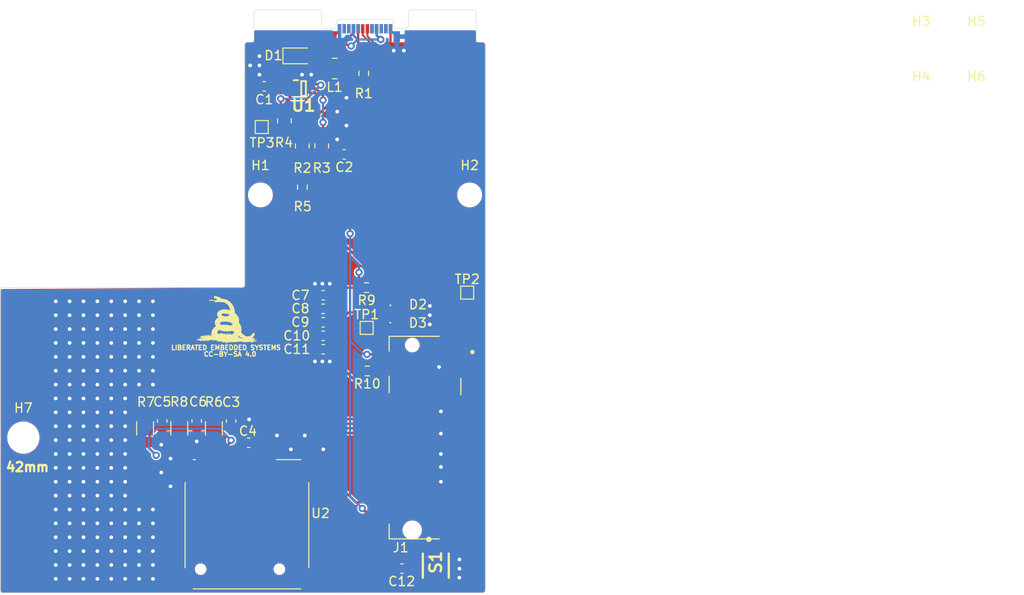
<source format=kicad_pcb>
(kicad_pcb (version 20221018) (generator pcbnew)

  (general
    (thickness 1.6)
  )

  (paper "A4")
  (title_block
    (title "Expansion Card Template")
    (rev "X1")
    (company "Framework")
    (comment 1 "This work is licensed under a Creative Commons Attribution 4.0 International License")
    (comment 4 "https://frame.work")
  )

  (layers
    (0 "F.Cu" signal)
    (31 "B.Cu" signal)
    (32 "B.Adhes" user "B.Adhesive")
    (33 "F.Adhes" user "F.Adhesive")
    (34 "B.Paste" user)
    (35 "F.Paste" user)
    (36 "B.SilkS" user "B.Silkscreen")
    (37 "F.SilkS" user "F.Silkscreen")
    (38 "B.Mask" user)
    (39 "F.Mask" user)
    (40 "Dwgs.User" user "User.Drawings")
    (41 "Cmts.User" user "User.Comments")
    (42 "Eco1.User" user "User.Eco1")
    (43 "Eco2.User" user "User.Eco2")
    (44 "Edge.Cuts" user)
    (45 "Margin" user)
    (46 "B.CrtYd" user "B.Courtyard")
    (47 "F.CrtYd" user "F.Courtyard")
    (48 "B.Fab" user)
    (49 "F.Fab" user)
  )

  (setup
    (stackup
      (layer "F.SilkS" (type "Top Silk Screen"))
      (layer "F.Paste" (type "Top Solder Paste"))
      (layer "F.Mask" (type "Top Solder Mask") (thickness 0.01))
      (layer "F.Cu" (type "copper") (thickness 0.035))
      (layer "dielectric 1" (type "core") (thickness 1.51) (material "FR4") (epsilon_r 4.5) (loss_tangent 0.02))
      (layer "B.Cu" (type "copper") (thickness 0.035))
      (layer "B.Mask" (type "Bottom Solder Mask") (thickness 0.01))
      (layer "B.Paste" (type "Bottom Solder Paste"))
      (layer "B.SilkS" (type "Bottom Silk Screen"))
      (copper_finish "None")
      (dielectric_constraints no)
    )
    (pad_to_mask_clearance 0)
    (aux_axis_origin 100.5 190)
    (grid_origin 100.5 190)
    (pcbplotparams
      (layerselection 0x0001000_7ffffffe)
      (plot_on_all_layers_selection 0x0000000_00000000)
      (disableapertmacros false)
      (usegerberextensions false)
      (usegerberattributes true)
      (usegerberadvancedattributes true)
      (creategerberjobfile true)
      (dashed_line_dash_ratio 12.000000)
      (dashed_line_gap_ratio 3.000000)
      (svgprecision 4)
      (plotframeref false)
      (viasonmask false)
      (mode 1)
      (useauxorigin false)
      (hpglpennumber 1)
      (hpglpenspeed 20)
      (hpglpendiameter 15.000000)
      (dxfpolygonmode true)
      (dxfimperialunits true)
      (dxfusepcbnewfont true)
      (psnegative false)
      (psa4output false)
      (plotreference true)
      (plotvalue true)
      (plotinvisibletext false)
      (sketchpadsonfab false)
      (subtractmaskfromsilk false)
      (outputformat 3)
      (mirror false)
      (drillshape 0)
      (scaleselection 1)
      (outputdirectory "")
    )
  )

  (net 0 "")
  (net 1 "GND")
  (net 2 "+3.3V")
  (net 3 "VBUS")
  (net 4 "/UIM-RESET")
  (net 5 "/UIM-CLK")
  (net 6 "/UIM-DATA")
  (net 7 "/UIM-PWR")
  (net 8 "/RESET")
  (net 9 "Net-(D1-A)")
  (net 10 "Net-(D2-A)")
  (net 11 "/WWAN_ACTIVITY")
  (net 12 "Net-(D3-A)")
  (net 13 "unconnected-(J1-CONFIG_3-Pad1)")
  (net 14 "Net-(J1-~{FULL_CARD_POWER_OFF})")
  (net 15 "/USB_D+")
  (net 16 "unconnected-(J1-~{W_DISABLE1}-Pad8)")
  (net 17 "/USB_D-")
  (net 18 "unconnected-(J1-GPIO_5-Pad20)")
  (net 19 "unconnected-(J1-CONFIG_0-Pad21)")
  (net 20 "unconnected-(J1-GPIO_6-Pad22)")
  (net 21 "Net-(J1-GPIO_11)")
  (net 22 "unconnected-(J1-GPIO_7-Pad24)")
  (net 23 "unconnected-(J1-DPR-Pad25)")
  (net 24 "unconnected-(J1-GPIO_10-Pad26)")
  (net 25 "unconnected-(J1-GPIO_8-Pad28)")
  (net 26 "unconnected-(J1-PERn1{slash}USB3.0-Rx-{slash}SSIC-RxN-Pad29)")
  (net 27 "unconnected-(J1-PERp1{slash}USB3.0-Rx+{slash}SSIC-RxP-Pad31)")
  (net 28 "unconnected-(J1-PETn1{slash}USB3.0-Tx-{slash}SSIC-TxN-Pad35)")
  (net 29 "unconnected-(J1-PETp1{slash}USB3.0-Tx+{slash}SSIC-TxP-Pad37)")
  (net 30 "unconnected-(J1-DEVSLP-Pad38)")
  (net 31 "unconnected-(J1-GPIO_0-Pad40)")
  (net 32 "unconnected-(J1-PERn0{slash}SATA-B+-Pad41)")
  (net 33 "unconnected-(J1-GPIO_1-Pad42)")
  (net 34 "unconnected-(J1-PERp0{slash}SATA-B--Pad43)")
  (net 35 "unconnected-(J1-GPIO_2-Pad44)")
  (net 36 "unconnected-(J1-GPIO_3-Pad46)")
  (net 37 "unconnected-(J1-PETn0{slash}SATA-A--Pad47)")
  (net 38 "unconnected-(J1-GPIO_4-Pad48)")
  (net 39 "unconnected-(J1-PETp0{slash}SATA-A+-Pad49)")
  (net 40 "unconnected-(J1-~{PERST}-Pad50)")
  (net 41 "unconnected-(J1-~{CLKREQ}-Pad52)")
  (net 42 "unconnected-(J1-REFCLKn-Pad53)")
  (net 43 "unconnected-(J1-~{PEWAKE}-Pad54)")
  (net 44 "unconnected-(J1-REFCLKp-Pad55)")
  (net 45 "unconnected-(J1-NC-Pad56)")
  (net 46 "unconnected-(J1-NC-Pad58)")
  (net 47 "unconnected-(J1-ANTCTL0-Pad59)")
  (net 48 "unconnected-(J1-COEX3-Pad60)")
  (net 49 "unconnected-(J1-ANTCTL1-Pad61)")
  (net 50 "unconnected-(J1-COEX2-Pad62)")
  (net 51 "unconnected-(J1-ANTCTL2-Pad63)")
  (net 52 "unconnected-(J1-COEX1-Pad64)")
  (net 53 "unconnected-(J1-ANTCTL3-Pad65)")
  (net 54 "/SIM_DETECT")
  (net 55 "unconnected-(J1-SUSCLK-Pad68)")
  (net 56 "unconnected-(J1-CONFIG_1-Pad69)")
  (net 57 "unconnected-(J1-CONFIG_2-Pad75)")
  (net 58 "Net-(U1-SW)")
  (net 59 "Net-(P1-CC)")
  (net 60 "unconnected-(P1-VCONN-PadB5)")
  (net 61 "Net-(U1-FB)")
  (net 62 "Net-(U1-PG)")
  (net 63 "Net-(U2-I{slash}O)")
  (net 64 "Net-(U2-RST)")
  (net 65 "Net-(U2-CLK)")
  (net 66 "unconnected-(S1-Pad2)")
  (net 67 "unconnected-(S1-Pad4)")
  (net 68 "unconnected-(U2-VPP-PadC6)")

  (footprint "Capacitor_SMD:C_0603_1608Metric" (layer "F.Cu") (at 143.895 187.39))

  (footprint "Diode_SMD:D_SOD-323" (layer "F.Cu") (at 132.65 131.97))

  (footprint "Connector_USB:USB_C_Plug_Molex_105444" (layer "F.Cu") (at 139.918 129))

  (footprint "TPS:SOTFL50P160X60-6N" (layer "F.Cu") (at 133.268 135.5))

  (footprint "MountingHole:MountingHole_2.2mm_M2" (layer "F.Cu") (at 128.608 147))

  (footprint "Resistor_SMD:R_0805_2012Metric" (layer "F.Cu") (at 135.23 141.7025 -90))

  (footprint "MountingHole:MountingHole_2.2mm_M2" (layer "F.Cu") (at 151.208 147))

  (footprint "Resistor_SMD:R_1206_3216Metric" (layer "F.Cu") (at 119.85 172.23 90))

  (footprint "Capacitor_SMD:C_0603_1608Metric" (layer "F.Cu") (at 121.73 171.425 90))

  (footprint "TestPoint:TestPoint_Pad_1.0x1.0mm" (layer "F.Cu") (at 140.08 161.37))

  (footprint "MountingHole:MountingHole_2.2mm_M2" (layer "F.Cu") (at 205.935 137.39))

  (footprint "NGFF:TE_2199119-3" (layer "F.Cu") (at 145.005 173.23 -90))

  (footprint "Capacitor_SMD:C_0603_1608Metric" (layer "F.Cu") (at 127.34 173.79 180))

  (footprint "Diode_SMD:D_0402_1005Metric" (layer "F.Cu") (at 143.73 160.81))

  (footprint "TestPoint:TestPoint_Pad_1.0x1.0mm" (layer "F.Cu") (at 150.94 157.56))

  (footprint "Capacitor_SMD:C_0603_1608Metric" (layer "F.Cu") (at 125.44 171.44 90))

  (footprint "NSCCP-D-06-G-SMT-SW-T:NSCCP-D-06-G-SMT-SW-T&slash_R" (layer "F.Cu") (at 127.1548 182.5986))

  (footprint "Resistor_SMD:R_1206_3216Metric" (layer "F.Cu") (at 123.58 172.2325 90))

  (footprint "Capacitor_SMD:C_0603_1608Metric" (layer "F.Cu") (at 135.39 162.23 180))

  (footprint "Capacitor_SMD:C_0603_1608Metric" (layer "F.Cu") (at 135.39 160.77 180))

  (footprint "Capacitor_SMD:C_0603_1608Metric" (layer "F.Cu") (at 129.025 135.26 180))

  (footprint "Resistor_SMD:R_0603_1608Metric" (layer "F.Cu") (at 140.08 157.02))

  (footprint "Resistor_SMD:R_1206_3216Metric" (layer "F.Cu") (at 116.15 172.2375 90))

  (footprint "Capacitor_SMD:C_0603_1608Metric" (layer "F.Cu") (at 135.385 157.84 180))

  (footprint "Resistor_SMD:R_0805_2012Metric" (layer "F.Cu") (at 131.2 138.9975 -90))

  (footprint "Capacitor_SMD:C_0603_1608Metric" (layer "F.Cu") (at 118 171.435 -90))

  (footprint "MountingHole:MountingHole_2.2mm_M2" (layer "F.Cu") (at 199.985 137.39))

  (footprint "Resistor_SMD:R_0603_1608Metric" (layer "F.Cu") (at 140.16 166.03))

  (footprint "TestPoint:TestPoint_Pad_1.0x1.0mm" (layer "F.Cu") (at 128.75 139.66))

  (footprint "Inductor_SMD:L_1008_2520Metric" (layer "F.Cu") (at 136.64 133.34))

  (footprint "Resistor_SMD:R_0603_1608Metric" (layer "F.Cu") (at 139.77 133.855 -90))

  (footprint "MountingHole:MountingHole_2.2mm_M2" (layer "F.Cu") (at 199.985 131.44))

  (footprint "Capacitor_SMD:C_0603_1608Metric" (layer "F.Cu") (at 135.395 163.69 180))

  (footprint "MountingHole:MountingHole_2.2mm_M2" (layer "F.Cu") (at 205.935 131.44))

  (footprint "Capacitor_SMD:C_0603_1608Metric" (layer "F.Cu") (at 137.665 142.62 180))

  (footprint "Resistor_SMD:R_0805_2012Metric" (layer "F.Cu") (at 133.13 141.71 -90))

  (footprint "Diode_SMD:D_0402_1005Metric" (layer "F.Cu") (at 143.7375 158.93))

  (footprint "Capacitor_SMD:C_0603_1608Metric" (layer "F.Cu") (at 135.385 159.31 180))

  (footprint "KMR:KMR2_1" (layer "F.Cu") (at 147.55 187.0775 -90))

  (footprint "MountingHole:MountingHole_2.2mm_M2" (layer "F.Cu") (at 103.005 173.23))

  (footprint "Resistor_SMD:R_0603_1608Metric" (layer "F.Cu") (at 133.14 146.165 -90))

  (gr_poly
    (pts
      (xy 125.335582 160.654571)
      (xy 125.337056 160.654777)
      (xy 125.33867 160.655129)
      (xy 125.34042 160.655628)
      (xy 125.3423 160.656273)
      (xy 125.344306 160.657063)
      (xy 125.346433 160.657999)
      (xy 125.348675 160.659079)
      (xy 125.351028 160.660303)
      (xy 125.353486 160.661671)
      (xy 125.356044 160.663182)
      (xy 125.358698 160.664836)
      (xy 125.361443 160.666633)
      (xy 125.364273 160.668572)
      (xy 125.367183 160.670652)
      (xy 125.370169 160.672874)
      (xy 125.373841 160.675681)
      (xy 125.377042 160.678208)
      (xy 125.379775 160.680469)
      (xy 125.382043 160.682478)
      (xy 125.383003 160.683393)
      (xy 125.383849 160.684249)
      (xy 125.384579 160.68505)
      (xy 125.385196 160.685796)
      (xy 125.385699 160.68649)
      (xy 125.386088 160.687134)
      (xy 125.386364 160.687728)
      (xy 125.386528 160.688275)
      (xy 125.386579 160.688776)
      (xy 125.386519 160.689234)
      (xy 125.386347 160.68965)
      (xy 125.386064 160.690025)
      (xy 125.385671 160.690362)
      (xy 125.385167 160.690663)
      (xy 125.384554 160.690928)
      (xy 125.383831 160.69116)
      (xy 125.382999 160.691361)
      (xy 125.382059 160.691531)
      (xy 125.38101 160.691674)
      (xy 125.379854 160.691791)
      (xy 125.377219 160.691953)
      (xy 125.374158 160.69203)
      (xy 125.37196 160.691979)
      (xy 125.369661 160.691733)
      (xy 125.367279 160.691302)
      (xy 125.364834 160.690696)
      (xy 125.362345 160.689924)
      (xy 125.35983 160.688996)
      (xy 125.357309 160.687922)
      (xy 125.354799 160.686712)
      (xy 125.352322 160.685376)
      (xy 125.349895 160.683922)
      (xy 125.347537 160.682362)
      (xy 125.345267 160.680705)
      (xy 125.343105 160.67896)
      (xy 125.341069 160.677137)
      (xy 125.339178 160.675246)
      (xy 125.337452 160.673298)
      (xy 125.336527 160.672164)
      (xy 125.335663 160.671064)
      (xy 125.334859 160.67)
      (xy 125.334114 160.668969)
      (xy 125.333427 160.667974)
      (xy 125.332798 160.667013)
      (xy 125.332226 160.666087)
      (xy 125.331711 160.665196)
      (xy 125.33125 160.664341)
      (xy 125.330845 160.66352)
      (xy 125.330493 160.662735)
      (xy 125.330195 160.661984)
      (xy 125.329949 160.66127)
      (xy 125.329755 160.660591)
      (xy 125.329611 160.659947)
      (xy 125.329518 160.659339)
      (xy 125.329475 160.658767)
      (xy 125.32948 160.658231)
      (xy 125.329533 160.657731)
      (xy 125.329634 160.657266)
      (xy 125.329781 160.656838)
      (xy 125.329871 160.656638)
      (xy 125.329974 160.656446)
      (xy 125.330087 160.656264)
      (xy 125.330211 160.656091)
      (xy 125.330347 160.655926)
      (xy 125.330493 160.655771)
      (xy 125.330819 160.655489)
      (xy 125.331187 160.655242)
      (xy 125.331598 160.655033)
      (xy 125.332049 160.65486)
      (xy 125.332542 160.654724)
      (xy 125.333074 160.654625)
      (xy 125.333645 160.654563)
      (xy 125.334254 160.654539)
      (xy 125.334254 160.654512)
    )

    (stroke (width 0.01277) (type solid)) (fill solid) (layer "F.SilkS") (tstamp 00282951-98f4-4854-8e1e-20fd5ca33433))
  (gr_poly
    (pts
      (xy 125.562531 159.59445)
      (xy 125.562913 159.594469)
      (xy 125.56329 159.594501)
      (xy 125.563662 159.594545)
      (xy 125.564029 159.594601)
      (xy 125.564391 159.594669)
      (xy 125.564747 159.594749)
      (xy 125.565099 159.59484)
      (xy 125.565445 159.594943)
      (xy 125.565786 159.595057)
      (xy 125.566121 159.595182)
      (xy 125.566451 159.595318)
      (xy 125.566774 159.595464)
      (xy 125.567093 159.595621)
      (xy 125.567405 159.595789)
      (xy 125.567711 159.595966)
      (xy 125.568011 159.596153)
      (xy 125.568305 159.59635)
      (xy 125.568593 159.596557)
      (xy 125.568874 159.596773)
      (xy 125.569418 159.597233)
      (xy 125.569935 159.597728)
      (xy 125.570424 159.598256)
      (xy 125.570886 159.598817)
      (xy 125.571319 159.599409)
      (xy 125.571723 159.600031)
      (xy 125.5721 159.600678)
      (xy 125.572455 159.60135)
      (xy 125.572787 159.602044)
      (xy 125.573096 159.60276)
      (xy 125.573381 159.603498)
      (xy 125.573644 159.604257)
      (xy 125.573882 159.605035)
      (xy 125.574096 159.605832)
      (xy 125.574286 159.606648)
      (xy 125.574452 159.60748)
      (xy 125.574592 159.60833)
      (xy 125.574708 159.609196)
      (xy 125.574798 159.610076)
      (xy 125.574863 159.610971)
      (xy 125.574902 159.61188)
      (xy 125.574915 159.612801)
      (xy 125.574902 159.613735)
      (xy 125.574863 159.614681)
      (xy 125.574798 159.615637)
      (xy 125.574708 159.616601)
      (xy 125.574592 159.617569)
      (xy 125.574452 159.618542)
      (xy 125.574286 159.619515)
      (xy 125.574096 159.620487)
      (xy 125.573882 159.621456)
      (xy 125.573644 159.622419)
      (xy 125.573381 159.623375)
      (xy 125.573096 159.624322)
      (xy 125.572787 159.625256)
      (xy 125.572455 159.626176)
      (xy 125.5721 159.62708)
      (xy 125.571723 159.627966)
      (xy 125.571319 159.628833)
      (xy 125.570886 159.629682)
      (xy 125.570424 159.630512)
      (xy 125.569935 159.631322)
      (xy 125.569418 159.632111)
      (xy 125.568874 159.632878)
      (xy 125.568305 159.633623)
      (xy 125.567711 159.634343)
      (xy 125.567093 159.635039)
      (xy 125.566451 159.63571)
      (xy 125.565786 159.636353)
      (xy 125.565099 159.63697)
      (xy 125.564391 159.637557)
      (xy 125.563662 159.638116)
      (xy 125.562913 159.638643)
      (xy 125.562145 159.63914)
      (xy 125.561817 159.639334)
      (xy 125.561493 159.639508)
      (xy 125.561172 159.639664)
      (xy 125.560854 159.6398)
      (xy 125.56054 159.639918)
      (xy 125.560229 159.640018)
      (xy 125.559921 159.640099)
      (xy 125.559617 159.640163)
      (xy 125.559316 159.640208)
      (xy 125.559019 159.640236)
      (xy 125.558725 159.640246)
      (xy 125.558434 159.640239)
      (xy 125.558147 159.640214)
      (xy 125.557863 159.640173)
      (xy 125.557583 159.640115)
      (xy 125.557306 159.64004)
      (xy 125.557033 159.639949)
      (xy 125.556763 159.639842)
      (xy 125.556497 159.639719)
      (xy 125.556234 159.63958)
      (xy 125.555975 159.639425)
      (xy 125.55572 159.639255)
      (xy 125.555468 159.63907)
      (xy 125.55522 159.638869)
      (xy 125.554975 159.638654)
      (xy 125.554734 159.638424)
      (xy 125.554497 159.638179)
      (xy 125.554263 159.63792)
      (xy 125.554033 159.637647)
      (xy 125.553807 159.63736)
      (xy 125.553584 159.637059)
      (xy 125.553365 159.636745)
      (xy 125.552939 159.636077)
      (xy 125.552529 159.635356)
      (xy 125.552138 159.634583)
      (xy 125.551765 159.633761)
      (xy 125.551414 159.632889)
      (xy 125.551086 159.63197)
      (xy 125.550781 159.631004)
      (xy 125.550502 159.629992)
      (xy 125.55025 159.628935)
      (xy 125.550027 159.627835)
      (xy 125.549834 159.626693)
      (xy 125.549673 159.625509)
      (xy 125.549545 159.624285)
      (xy 125.549451 159.623022)
      (xy 125.549394 159.621721)
      (xy 125.549375 159.620383)
      (xy 125.549394 159.619037)
      (xy 125.549451 159.61771)
      (xy 125.549545 159.616405)
      (xy 125.549673 159.615122)
      (xy 125.549834 159.613864)
      (xy 125.550027 159.612631)
      (xy 125.55025 159.611425)
      (xy 125.550502 159.610247)
      (xy 125.550781 159.6091)
      (xy 125.551086 159.607983)
      (xy 125.551414 159.6069)
      (xy 125.551765 159.605851)
      (xy 125.552138 159.604838)
      (xy 125.552529 159.603861)
      (xy 125.552939 159.602924)
      (xy 125.553365 159.602026)
      (xy 125.553807 159.60117)
      (xy 125.554263 159.600357)
      (xy 125.554734 159.599589)
      (xy 125.55522 159.598868)
      (xy 125.55572 159.598195)
      (xy 125.556234 159.597572)
      (xy 125.556763 159.597)
      (xy 125.557306 159.596481)
      (xy 125.557863 159.596017)
      (xy 125.558147 159.595806)
      (xy 125.558434 159.59561)
      (xy 125.558725 159.595427)
      (xy 125.559019 159.59526)
      (xy 125.559316 159.595108)
      (xy 125.559617 159.594971)
      (xy 125.559921 159.594849)
      (xy 125.560229 159.594743)
      (xy 125.56054 159.594652)
      (xy 125.560854 159.594578)
      (xy 125.561172 159.594519)
      (xy 125.561493 159.594477)
      (xy 125.561817 159.594452)
      (xy 125.562145 159.594444)
    )

    (stroke (width 0) (type solid)) (fill solid) (layer "F.SilkS") (tstamp 0071a64c-fbfc-4274-8967-ec68a00d3c44))
  (gr_poly
    (pts
      (xy 124.933094 162.115864)
      (xy 124.934828 162.115895)
      (xy 124.9366 162.115947)
      (xy 124.938413 162.116019)
      (xy 124.986294 162.117872)
      (xy 124.952365 162.178531)
      (xy 124.943267 162.194528)
      (xy 124.939296 162.201168)
      (xy 124.935684 162.20693)
      (xy 124.932408 162.211833)
      (xy 124.929446 162.215898)
      (xy 124.926779 162.219144)
      (xy 124.924383 162.221593)
      (xy 124.923281 162.222523)
      (xy 124.922239 162.223262)
      (xy 124.921254 162.223812)
      (xy 124.920324 162.224174)
      (xy 124.919446 162.224351)
      (xy 124.918617 162.224347)
      (xy 124.917835 162.224163)
      (xy 124.917098 162.223802)
      (xy 124.916401 162.223267)
      (xy 124.915743 162.222559)
      (xy 124.915122 162.221682)
      (xy 124.914534 162.220638)
      (xy 124.913447 162.218059)
      (xy 124.912461 162.214842)
      (xy 124.911368 162.210894)
      (xy 124.910306 162.20749)
      (xy 124.909771 162.205994)
      (xy 124.909226 162.204637)
      (xy 124.908664 162.20342)
      (xy 124.908079 162.202343)
      (xy 124.907465 162.201409)
      (xy 124.906815 162.200616)
      (xy 124.906124 162.199968)
      (xy 124.905385 162.199464)
      (xy 124.904591 162.199106)
      (xy 124.903737 162.198894)
      (xy 124.902817 162.198829)
      (xy 124.901823 162.198914)
      (xy 124.900751 162.199147)
      (xy 124.899593 162.199531)
      (xy 124.898344 162.200067)
      (xy 124.896998 162.200754)
      (xy 124.895547 162.201596)
      (xy 124.893987 162.202591)
      (xy 124.89231 162.203742)
      (xy 124.89051 162.205049)
      (xy 124.886519 162.208135)
      (xy 124.881963 162.211858)
      (xy 124.876793 162.216225)
      (xy 124.870959 162.221245)
      (xy 124.868469 162.223254)
      (xy 124.865742 162.225196)
      (xy 124.862806 162.22707)
      (xy 124.859691 162.228877)
      (xy 124.856424 162.230617)
      (xy 124.853035 162.232293)
      (xy 124.849552 162.233903)
      (xy 124.846003 162.235449)
      (xy 124.838823 162.238352)
      (xy 124.831724 162.241005)
      (xy 124.818685 162.245587)
      (xy 124.793945 162.215657)
      (xy 124.790402 162.211304)
      (xy 124.786963 162.206791)
      (xy 124.783645 162.202154)
      (xy 124.780466 162.197428)
      (xy 124.777444 162.192648)
      (xy 124.774596 162.18785)
      (xy 124.771941 162.183068)
      (xy 124.769495 162.178339)
      (xy 124.767278 162.173697)
      (xy 124.765306 162.169178)
      (xy 124.763597 162.164817)
      (xy 124.76217 162.160649)
      (xy 124.761041 162.15671)
      (xy 124.76023 162.153035)
      (xy 124.759753 162.14966)
      (xy 124.759628 162.146619)
      (xy 124.759765 162.14253)
      (xy 124.759987 162.139051)
      (xy 124.760314 162.136193)
      (xy 124.760522 162.135)
      (xy 124.760763 162.133967)
      (xy 124.761039 162.133095)
      (xy 124.761352 162.132385)
      (xy 124.761706 162.131838)
      (xy 124.762101 162.131456)
      (xy 124.762541 162.131241)
      (xy 124.763028 162.131194)
      (xy 124.763563 162.131315)
      (xy 124.76415 162.131607)
      (xy 124.76479 162.132071)
      (xy 124.765486 162.132708)
      (xy 124.766241 162.13352)
      (xy 124.767055 162.134507)
      (xy 124.767933 162.135672)
      (xy 124.768875 162.137016)
      (xy 124.770965 162.140246)
      (xy 124.773342 162.144207)
      (xy 124.776025 162.14891)
      (xy 124.779032 162.154368)
      (xy 124.782382 162.16059)
      (xy 124.804732 162.202492)
      (xy 124.847833 162.158195)
      (xy 124.853422 162.15252)
      (xy 124.85872 162.147338)
      (xy 124.863768 162.142631)
      (xy 124.868606 162.138378)
      (xy 124.873273 162.134561)
      (xy 124.87781 162.131161)
      (xy 124.882258 162.12816)
      (xy 124.886655 162.125536)
      (xy 124.891043 162.123273)
      (xy 124.895461 162.12135)
      (xy 124.899949 162.119748)
      (xy 124.904548 162.118449)
      (xy 124.909297 162.117433)
      (xy 124.914236 162.116681)
      (xy 124.919407 162.116174)
      (xy 124.924847 162.115894)
      (xy 124.924847 162.116019)
      (xy 124.926454 162.115947)
      (xy 124.928078 162.115895)
      (xy 124.929723 162.115864)
      (xy 124.931394 162.115854)
    )

    (stroke (width 0.01277) (type solid)) (fill solid) (layer "F.SilkS") (tstamp 007da063-6df0-49a7-8215-9d77ac372752))
  (gr_poly
    (pts
      (xy 124.381676 159.568472)
      (xy 124.382645 159.568547)
      (xy 124.3836 159.568669)
      (xy 124.384541 159.568838)
      (xy 124.385465 159.569052)
      (xy 124.386372 159.569311)
      (xy 124.387261 159.569612)
      (xy 124.388129 159.569956)
      (xy 124.388977 159.57034)
      (xy 124.389802 159.570764)
      (xy 124.390604 159.571226)
      (xy 124.391382 159.571725)
      (xy 124.392133 159.57226)
      (xy 124.392857 159.572829)
      (xy 124.393553 159.573432)
      (xy 124.394219 159.574067)
      (xy 124.394855 159.574733)
      (xy 124.395458 159.575428)
      (xy 124.396028 159.576152)
      (xy 124.396564 159.576903)
      (xy 124.397063 159.577681)
      (xy 124.397526 159.578483)
      (xy 124.39795 159.579309)
      (xy 124.398335 159.580157)
      (xy 124.39868 159.581026)
      (xy 124.398982 159.581916)
      (xy 124.399241 159.582824)
      (xy 124.399456 159.58375)
      (xy 124.399626 159.584692)
      (xy 124.399748 159.585649)
      (xy 124.399822 159.58662)
      (xy 124.399847 159.587604)
      (xy 124.399822 159.588588)
      (xy 124.399748 159.589559)
      (xy 124.399626 159.590516)
      (xy 124.399456 159.591458)
      (xy 124.399241 159.592384)
      (xy 124.398982 159.593292)
      (xy 124.39868 159.594182)
      (xy 124.398335 159.595051)
      (xy 124.39795 159.595899)
      (xy 124.397526 159.596725)
      (xy 124.397063 159.597527)
      (xy 124.396564 159.598305)
      (xy 124.396028 159.599056)
      (xy 124.395458 159.59978)
      (xy 124.394855 159.600476)
      (xy 124.394219 159.601141)
      (xy 124.393553 159.601776)
      (xy 124.392857 159.602379)
      (xy 124.392133 159.602948)
      (xy 124.391382 159.603483)
      (xy 124.390604 159.603982)
      (xy 124.389802 159.604444)
      (xy 124.388977 159.604868)
      (xy 124.388129 159.605252)
      (xy 124.387261 159.605596)
      (xy 124.386372 159.605898)
      (xy 124.385465 159.606156)
      (xy 124.384541 159.606371)
      (xy 124.3836 159.606539)
      (xy 124.382645 159.606662)
      (xy 124.381676 159.606736)
      (xy 124.380695 159.606761)
      (xy 124.379711 159.606736)
      (xy 124.378739 159.606661)
      (xy 124.377782 159.606539)
      (xy 124.376839 159.606369)
      (xy 124.375914 159.606155)
      (xy 124.375005 159.605895)
      (xy 124.374116 159.605593)
      (xy 124.373247 159.605248)
      (xy 124.372398 159.604863)
      (xy 124.371573 159.604439)
      (xy 124.370771 159.603976)
      (xy 124.369993 159.603476)
      (xy 124.369242 159.602941)
      (xy 124.368519 159.60237)
      (xy 124.367823 159.601767)
      (xy 124.367158 159.601132)
      (xy 124.366523 159.600465)
      (xy 124.365921 159.599769)
      (xy 124.365352 159.599045)
      (xy 124.364817 159.598293)
      (xy 124.364319 159.597516)
      (xy 124.363857 159.596714)
      (xy 124.363434 159.595888)
      (xy 124.363049 159.59504)
      (xy 124.362706 159.594171)
      (xy 124.362405 159.593283)
      (xy 124.362146 159.592375)
      (xy 124.361932 159.591451)
      (xy 124.361763 159.59051)
      (xy 124.361641 159.589555)
      (xy 124.361567 159.588586)
      (xy 124.361542 159.587604)
      (xy 124.361567 159.58662)
      (xy 124.361641 159.585649)
      (xy 124.361764 159.584692)
      (xy 124.361933 159.58375)
      (xy 124.362148 159.582824)
      (xy 124.362407 159.581916)
      (xy 124.36271 159.581026)
      (xy 124.363054 159.580157)
      (xy 124.363439 159.579309)
      (xy 124.363864 159.578483)
      (xy 124.364326 159.577681)
      (xy 124.364826 159.576903)
      (xy 124.365361 159.576152)
      (xy 124.365931 159.575428)
      (xy 124.366535 159.574733)
      (xy 124.36717 159.574067)
      (xy 124.367836 159.573432)
      (xy 124.368532 159.572829)
      (xy 124.369256 159.57226)
      (xy 124.370008 159.571725)
      (xy 124.370785 159.571226)
      (xy 124.371587 159.570764)
      (xy 124.372412 159.57034)
      (xy 124.37326 159.569956)
      (xy 124.374129 159.569612)
      (xy 124.375017 159.569311)
      (xy 124.375924 159.569052)
      (xy 124.376849 159.568838)
      (xy 124.377789 159.568669)
      (xy 124.378744 159.568547)
      (xy 124.379713 159.568472)
      (xy 124.380695 159.568447)
    )

    (stroke (width 0.01277) (type solid)) (fill solid) (layer "F.SilkS") (tstamp 00bdc72a-0e36-41da-8f05-801c951fb7ca))
  (gr_poly
    (pts
      (xy 124.63429 162.595362)
      (xy 124.634669 162.595375)
      (xy 124.635449 162.595422)
      (xy 124.635863 162.595442)
      (xy 124.636303 162.59545)
      (xy 124.6368 162.595459)
      (xy 124.637294 162.595485)
      (xy 124.637785 162.595528)
      (xy 124.638272 162.595587)
      (xy 124.638755 162.595663)
      (xy 124.639234 162.595755)
      (xy 124.640181 162.595987)
      (xy 124.641111 162.59628)
      (xy 124.642022 162.596634)
      (xy 124.642914 162.597045)
      (xy 124.643785 162.597512)
      (xy 124.644635 162.598034)
      (xy 124.645461 162.598607)
      (xy 124.646263 162.599231)
      (xy 124.64704 162.599903)
      (xy 124.647791 162.600621)
      (xy 124.648513 162.601383)
      (xy 124.649207 162.602188)
      (xy 124.649871 162.603033)
      (xy 124.650504 162.603917)
      (xy 124.651104 162.604837)
      (xy 124.651671 162.605794)
      (xy 124.652203 162.606786)
      (xy 124.652699 162.607812)
      (xy 124.653159 162.60887)
      (xy 124.65358 162.60996)
      (xy 124.653962 162.61108)
      (xy 124.654303 162.61223)
      (xy 124.654602 162.613407)
      (xy 124.654859 162.614611)
      (xy 124.655071 162.61584)
      (xy 124.655239 162.617094)
      (xy 124.65536 162.618371)
      (xy 124.655433 162.619671)
      (xy 124.655458 162.620991)
      (xy 124.655434 162.62332)
      (xy 124.655358 162.625539)
      (xy 124.655223 162.627648)
      (xy 124.655132 162.628661)
      (xy 124.655024 162.629647)
      (xy 124.654899 162.630606)
      (xy 124.654755 162.631537)
      (xy 124.654592 162.632441)
      (xy 124.654409 162.633318)
      (xy 124.654205 162.634167)
      (xy 124.65398 162.63499)
      (xy 124.653733 162.635786)
      (xy 124.653463 162.636554)
      (xy 124.653173 162.637296)
      (xy 124.652867 162.638009)
      (xy 124.652545 162.638694)
      (xy 124.652208 162.63935)
      (xy 124.651855 162.639978)
      (xy 124.651488 162.640577)
      (xy 124.651107 162.641147)
      (xy 124.650711 162.641687)
      (xy 124.650302 162.642198)
      (xy 124.649879 162.642679)
      (xy 124.649443 162.643131)
      (xy 124.648994 162.643553)
      (xy 124.648533 162.643944)
      (xy 124.64806 162.644305)
      (xy 124.647574 162.644636)
      (xy 124.647078 162.644936)
      (xy 124.646567 162.645203)
      (xy 124.646041 162.645436)
      (xy 124.645501 162.645636)
      (xy 124.644947 162.645802)
      (xy 124.644379 162.645936)
      (xy 124.6438 162.646037)
      (xy 124.643209 162.646106)
      (xy 124.642607 162.646143)
      (xy 124.641995 162.646149)
      (xy 124.641374 162.646123)
      (xy 124.640745 162.646067)
      (xy 124.640108 162.64598)
      (xy 124.639464 162.645863)
      (xy 124.638815 162.645716)
      (xy 124.63816 162.645539)
      (xy 124.6375 162.645333)
      (xy 124.636833 162.645099)
      (xy 124.636156 162.644836)
      (xy 124.635469 162.644544)
      (xy 124.634773 162.644222)
      (xy 124.634068 162.643869)
      (xy 124.633355 162.643485)
      (xy 124.632635 162.643069)
      (xy 124.631908 162.642619)
      (xy 124.631176 162.642136)
      (xy 124.630437 162.641619)
      (xy 124.629694 162.641067)
      (xy 124.628947 162.640478)
      (xy 124.628196 162.639853)
      (xy 124.627442 162.639191)
      (xy 124.626685 162.638491)
      (xy 124.625927 162.637752)
      (xy 124.62526 162.63706)
      (xy 124.624625 162.636354)
      (xy 124.624023 162.635634)
      (xy 124.623451 162.634901)
      (xy 124.62291 162.634155)
      (xy 124.622399 162.633399)
      (xy 124.621916 162.632631)
      (xy 124.621461 162.631854)
      (xy 124.621034 162.631067)
      (xy 124.620633 162.630273)
      (xy 124.620258 162.629471)
      (xy 124.619908 162.628662)
      (xy 124.619583 162.627848)
      (xy 124.61928 162.627029)
      (xy 124.619001 162.626207)
      (xy 124.618744 162.62538)
      (xy 124.61851 162.624551)
      (xy 124.6183 162.623719)
      (xy 124.618116 162.622885)
      (xy 124.617957 162.622049)
      (xy 124.617822 162.621213)
      (xy 124.617712 162.620378)
      (xy 124.617626 162.619543)
      (xy 124.617565 162.61871)
      (xy 124.617528 162.61788)
      (xy 124.617515 162.617054)
      (xy 124.617527 162.616231)
      (xy 124.617563 162.615414)
      (xy 124.617622 162.614602)
      (xy 124.617706 162.613798)
      (xy 124.617814 162.613)
      (xy 124.617946 162.612211)
      (xy 124.618101 162.611432)
      (xy 124.618282 162.610667)
      (xy 124.618486 162.609916)
      (xy 124.618714 162.609178)
      (xy 124.618965 162.608454)
      (xy 124.619239 162.607744)
      (xy 124.619535 162.607048)
      (xy 124.619853 162.606366)
      (xy 124.620193 162.605698)
      (xy 124.620553 162.605045)
      (xy 124.620934 162.604407)
      (xy 124.621335 162.603783)
      (xy 124.621756 162.603173)
      (xy 124.622197 162.602579)
      (xy 124.622656 162.602)
      (xy 124.623133 162.601436)
      (xy 124.623627 162.600888)
      (xy 124.624136 162.600357)
      (xy 124.62466 162.599846)
      (xy 124.6252 162.599355)
      (xy 124.625756 162.598885)
      (xy 124.62633 162.598437)
      (xy 124.62692 162.598013)
      (xy 124.627529 162.597614)
      (xy 124.628156 162.59724)
      (xy 124.628803 162.596894)
      (xy 124.629468 162.596575)
      (xy 124.630154 162.596287)
      (xy 124.630861 162.596029)
      (xy 124.631589 162.595802)
      (xy 124.632338 162.595609)
      (xy 124.63311 162.595449)
      (xy 124.63311 162.59545)
      (xy 124.633316 162.595417)
      (xy 124.633517 162.595392)
      (xy 124.633714 162.595375)
      (xy 124.633908 162.595365)
      (xy 124.6341 162.595361)
    )

    (stroke (width 0) (type solid)) (fill solid)
... [7822045 chars truncated]
</source>
